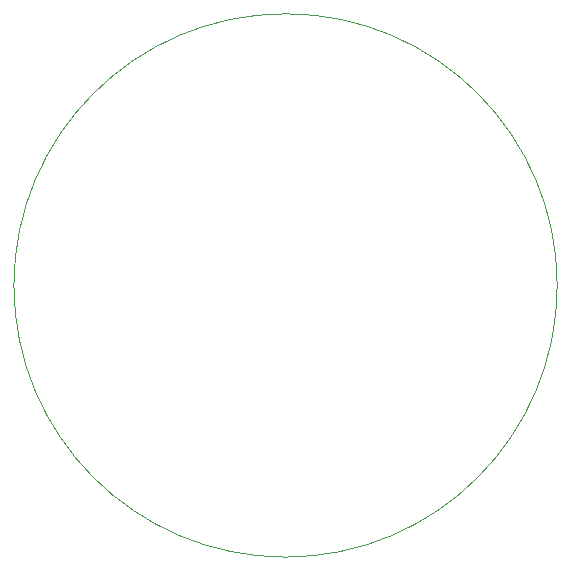
<source format=gbr>
%TF.GenerationSoftware,KiCad,Pcbnew,(5.1.6-0-10_14)*%
%TF.CreationDate,2021-01-24T21:36:40+01:00*%
%TF.ProjectId,CAN_Display,43414e5f-4469-4737-906c-61792e6b6963,rev?*%
%TF.SameCoordinates,Original*%
%TF.FileFunction,Profile,NP*%
%FSLAX46Y46*%
G04 Gerber Fmt 4.6, Leading zero omitted, Abs format (unit mm)*
G04 Created by KiCad (PCBNEW (5.1.6-0-10_14)) date 2021-01-24 21:36:40*
%MOMM*%
%LPD*%
G01*
G04 APERTURE LIST*
%TA.AperFunction,Profile*%
%ADD10C,0.050000*%
%TD*%
G04 APERTURE END LIST*
D10*
X180000000Y-91920000D02*
G75*
G03*
X180000000Y-91920000I-23000000J0D01*
G01*
M02*

</source>
